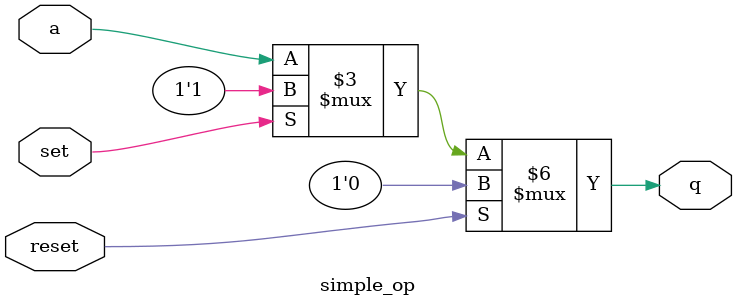
<source format=v>
module simple_op(reset, set, a, q);

    input reset;
    input set;
    input a;

    output q;

    reg q;

    always @(*)
        begin
            if (reset)
                q <= 1'b0;
            else
            if (set)
                q <= 1'b1;

            else
                q <= a;

        end

endmodule

</source>
